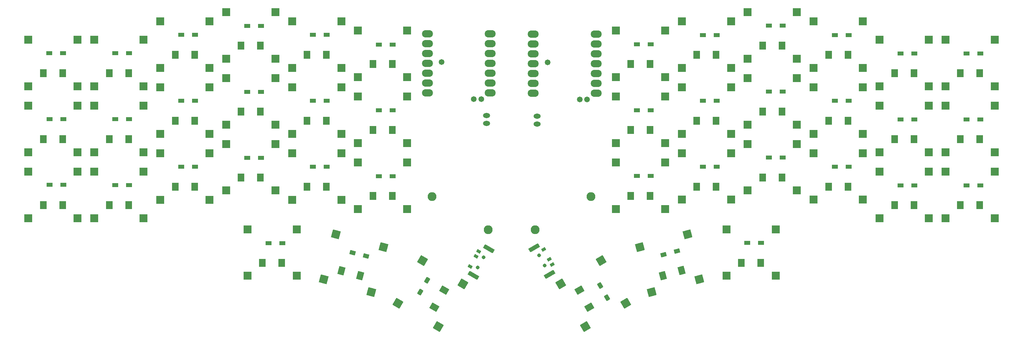
<source format=gbr>
%TF.GenerationSoftware,KiCad,Pcbnew,8.0.7*%
%TF.CreationDate,2025-01-01T00:44:28+01:00*%
%TF.ProjectId,corne-xiao,636f726e-652d-4786-9961-6f2e6b696361,1.1*%
%TF.SameCoordinates,Original*%
%TF.FileFunction,Soldermask,Top*%
%TF.FilePolarity,Negative*%
%FSLAX46Y46*%
G04 Gerber Fmt 4.6, Leading zero omitted, Abs format (unit mm)*
G04 Created by KiCad (PCBNEW 8.0.7) date 2025-01-01 00:44:28*
%MOMM*%
%LPD*%
G01*
G04 APERTURE LIST*
G04 Aperture macros list*
%AMRoundRect*
0 Rectangle with rounded corners*
0 $1 Rounding radius*
0 $2 $3 $4 $5 $6 $7 $8 $9 X,Y pos of 4 corners*
0 Add a 4 corners polygon primitive as box body*
4,1,4,$2,$3,$4,$5,$6,$7,$8,$9,$2,$3,0*
0 Add four circle primitives for the rounded corners*
1,1,$1+$1,$2,$3*
1,1,$1+$1,$4,$5*
1,1,$1+$1,$6,$7*
1,1,$1+$1,$8,$9*
0 Add four rect primitives between the rounded corners*
20,1,$1+$1,$2,$3,$4,$5,0*
20,1,$1+$1,$4,$5,$6,$7,0*
20,1,$1+$1,$6,$7,$8,$9,0*
20,1,$1+$1,$8,$9,$2,$3,0*%
G04 Aperture macros list end*
%ADD10RoundRect,0.038000X0.700000X0.500000X-0.700000X0.500000X-0.700000X-0.500000X0.700000X-0.500000X0*%
%ADD11RoundRect,0.038000X0.805558X0.301790X-0.546739X0.664136X-0.805558X-0.301790X0.546739X-0.664136X0*%
%ADD12RoundRect,0.038000X-0.083013X0.856218X-0.783013X-0.356218X0.083013X-0.856218X0.783013X0.356218X0*%
%ADD13RoundRect,0.038000X-0.775000X-1.000000X0.775000X-1.000000X0.775000X1.000000X-0.775000X1.000000X0*%
%ADD14RoundRect,0.038000X-1.000000X-1.000000X1.000000X-1.000000X1.000000X1.000000X-1.000000X1.000000X0*%
%ADD15RoundRect,0.038000X-1.007412X-0.765341X0.489773X-1.166511X1.007412X0.765341X-0.489773X1.166511X0*%
%ADD16RoundRect,0.038000X-1.224745X-0.707107X0.707107X-1.224745X1.224745X0.707107X-0.707107X1.224745X0*%
%ADD17RoundRect,0.038000X0.478525X-1.171170X1.253525X0.171170X-0.478525X1.171170X-1.253525X-0.171170X0*%
%ADD18RoundRect,0.038000X0.366025X-1.366025X1.366025X0.366025X-0.366025X1.366025X-1.366025X-0.366025X0*%
%ADD19RoundRect,0.038000X-1.253525X0.171170X-0.478525X-1.171170X1.253525X-0.171170X0.478525X1.171170X0*%
%ADD20RoundRect,0.038000X-1.366025X0.366025X-0.366025X-1.366025X1.366025X-0.366025X0.366025X1.366025X0*%
%ADD21RoundRect,0.038000X-0.700000X-0.500000X0.700000X-0.500000X0.700000X0.500000X-0.700000X0.500000X0*%
%ADD22RoundRect,0.038000X-0.546739X-0.664136X0.805558X-0.301790X0.546739X0.664136X-0.805558X0.301790X0*%
%ADD23RoundRect,0.038000X-0.783013X0.356218X-0.083013X-0.856218X0.783013X-0.356218X0.083013X0.856218X0*%
%ADD24RoundRect,0.038000X-0.489773X-1.166511X1.007412X-0.765341X0.489773X1.166511X-1.007412X0.765341X0*%
%ADD25RoundRect,0.038000X-0.707107X-1.224745X1.224745X-0.707107X0.707107X1.224745X-1.224745X0.707107X0*%
%ADD26O,2.826000X1.876000*%
%ADD27C,1.473000*%
%ADD28C,0.976000*%
%ADD29RoundRect,0.038000X-0.258013X0.553109X-0.608013X-0.053109X0.258013X-0.553109X0.608013X0.053109X0*%
%ADD30RoundRect,0.038000X1.462436X-0.266987X-0.962436X1.133013X-1.462436X0.266987X0.962436X-1.133013X0*%
%ADD31C,2.276000*%
%ADD32O,1.826000X1.276000*%
%ADD33RoundRect,0.038000X0.608013X-0.053109X0.258013X0.553109X-0.608013X0.053109X-0.258013X-0.553109X0*%
%ADD34RoundRect,0.038000X-0.962436X-1.133013X1.462436X0.266987X0.962436X1.133013X-1.462436X-0.266987X0*%
G04 APERTURE END LIST*
D10*
%TO.C,D1*%
X-136389500Y57650000D03*
X-132839500Y57650000D03*
%TD*%
%TO.C,D2*%
X-115839500Y57650000D03*
X-119389500Y57650000D03*
%TD*%
%TO.C,D3*%
X-98839500Y62400000D03*
X-102389500Y62400000D03*
%TD*%
%TO.C,D4*%
X-81839500Y64649800D03*
X-85389500Y64649800D03*
%TD*%
%TO.C,D5*%
X-64839500Y62399100D03*
X-68389500Y62399100D03*
%TD*%
%TO.C,D6*%
X-51389500Y59899500D03*
X-47839500Y59899500D03*
%TD*%
%TO.C,D7*%
X-136327000Y40650000D03*
X-132777000Y40650000D03*
%TD*%
%TO.C,D8*%
X-115839500Y40650000D03*
X-119389500Y40650000D03*
%TD*%
%TO.C,D9*%
X-98839500Y45400000D03*
X-102389500Y45400000D03*
%TD*%
%TO.C,D10*%
X-81839500Y47650100D03*
X-85389500Y47650100D03*
%TD*%
%TO.C,D11*%
X-68389500Y45399500D03*
X-64839500Y45399500D03*
%TD*%
%TO.C,D12*%
X-47839500Y42899900D03*
X-51389500Y42899900D03*
%TD*%
%TO.C,D13*%
X-136327000Y23696900D03*
X-132777000Y23696900D03*
%TD*%
%TO.C,D14*%
X-115839500Y23650000D03*
X-119389500Y23650000D03*
%TD*%
%TO.C,D15*%
X-98839500Y28400000D03*
X-102389500Y28400000D03*
%TD*%
%TO.C,D16*%
X-81839500Y30650000D03*
X-85389500Y30650000D03*
%TD*%
%TO.C,D17*%
X-64839500Y28400000D03*
X-68389500Y28400000D03*
%TD*%
%TO.C,D18*%
X-47839500Y25900000D03*
X-51389500Y25900000D03*
%TD*%
%TO.C,D19*%
X-76339500Y8650000D03*
X-79889500Y8650000D03*
%TD*%
D11*
%TO.C,D20*%
X-54749982Y5290596D03*
X-58179018Y6209404D03*
%TD*%
D12*
%TO.C,D21*%
X-38977000Y-912805D03*
X-40752000Y-3987195D03*
%TD*%
D13*
%TO.C,SW2*%
X-120944600Y52450000D03*
X-115944600Y52450000D03*
D14*
X-124794600Y61100000D03*
X-124794600Y49100000D03*
X-112094600Y61100000D03*
X-112094600Y49100000D03*
%TD*%
D13*
%TO.C,SW3*%
X-103944600Y57200000D03*
X-98944600Y57200000D03*
D14*
X-107794600Y65850000D03*
X-107794600Y53850000D03*
X-95094600Y65850000D03*
X-95094600Y53850000D03*
%TD*%
D13*
%TO.C,SW4*%
X-86944600Y59574800D03*
X-81944600Y59574800D03*
D14*
X-90794600Y68224800D03*
X-90794600Y56224800D03*
X-78094600Y68224800D03*
X-78094600Y56224800D03*
%TD*%
D13*
%TO.C,SW5*%
X-69944600Y57199100D03*
X-64944600Y57199100D03*
D14*
X-73794600Y65849100D03*
X-73794600Y53849100D03*
X-61094600Y65849100D03*
X-61094600Y53849100D03*
%TD*%
%TO.C,SW7*%
X-129094600Y32100000D03*
X-129094600Y44100000D03*
X-141794600Y32100000D03*
X-141794600Y44100000D03*
D13*
X-132944600Y35450000D03*
X-137944600Y35450000D03*
%TD*%
%TO.C,SW8*%
X-120944600Y35450000D03*
X-115944600Y35450000D03*
D14*
X-124794600Y44100000D03*
X-124794600Y32100000D03*
X-112094600Y44100000D03*
X-112094600Y32100000D03*
%TD*%
D13*
%TO.C,SW9*%
X-103944600Y40200000D03*
X-98944600Y40200000D03*
D14*
X-107794600Y48850000D03*
X-107794600Y36850000D03*
X-95094600Y48850000D03*
X-95094600Y36850000D03*
%TD*%
D13*
%TO.C,SW10*%
X-86944600Y42575100D03*
X-81944600Y42575100D03*
D14*
X-90794600Y51225100D03*
X-90794600Y39225100D03*
X-78094600Y51225100D03*
X-78094600Y39225100D03*
%TD*%
%TO.C,SW11*%
X-61094600Y36849500D03*
X-61094600Y48849500D03*
X-73794600Y36849500D03*
X-73794600Y48849500D03*
D13*
X-64944600Y40199500D03*
X-69944600Y40199500D03*
%TD*%
%TO.C,SW12*%
X-52944600Y37824900D03*
X-47944600Y37824900D03*
D14*
X-56794600Y46474900D03*
X-56794600Y34474900D03*
X-44094600Y46474900D03*
X-44094600Y34474900D03*
%TD*%
%TO.C,SW13*%
X-129094600Y15100000D03*
X-129094600Y27100000D03*
X-141794600Y15100000D03*
X-141794600Y27100000D03*
D13*
X-132944600Y18450000D03*
X-137944600Y18450000D03*
%TD*%
%TO.C,SW14*%
X-120944600Y18450000D03*
X-115944600Y18450000D03*
D14*
X-124794600Y27100000D03*
X-124794600Y15100000D03*
X-112094600Y27100000D03*
X-112094600Y15100000D03*
%TD*%
D13*
%TO.C,SW15*%
X-103944600Y23200000D03*
X-98944600Y23200000D03*
D14*
X-107794600Y31850000D03*
X-107794600Y19850000D03*
X-95094600Y31850000D03*
X-95094600Y19850000D03*
%TD*%
D13*
%TO.C,SW16*%
X-86944600Y25575000D03*
X-81944600Y25575000D03*
D14*
X-90794600Y34225000D03*
X-90794600Y22225000D03*
X-78094600Y34225000D03*
X-78094600Y22225000D03*
%TD*%
D13*
%TO.C,SW17*%
X-69944600Y23200000D03*
X-64944600Y23200000D03*
D14*
X-73794600Y31850000D03*
X-73794600Y19850000D03*
X-61094600Y31850000D03*
X-61094600Y19850000D03*
%TD*%
D13*
%TO.C,SW18*%
X-52944600Y20825000D03*
X-47944600Y20825000D03*
D14*
X-56794600Y29475000D03*
X-56794600Y17475000D03*
X-44094600Y29475000D03*
X-44094600Y17475000D03*
%TD*%
D13*
%TO.C,SW19*%
X-81444600Y3575000D03*
X-76444600Y3575000D03*
D14*
X-85294600Y12225000D03*
X-85294600Y225000D03*
X-72594600Y12225000D03*
X-72594600Y225000D03*
%TD*%
D15*
%TO.C,SW20*%
X-61045285Y1562344D03*
X-56215656Y268249D03*
D16*
X-62525315Y10914056D03*
X-65631143Y-677054D03*
X-50258057Y7627054D03*
X-53363885Y-3964056D03*
%TD*%
D17*
%TO.C,SW21*%
X-37069533Y-7840064D03*
X-34569534Y-3509936D03*
D18*
X-46485652Y-6849261D03*
X-36093348Y-12849261D03*
X-40135652Y4149261D03*
X-29743348Y-1850739D03*
%TD*%
D19*
%TO.C,SW42*%
X340534Y-3509936D03*
X2840533Y-7840064D03*
D20*
X5906652Y4149261D03*
X-4485652Y-1850739D03*
X12256652Y-6849261D03*
X1864348Y-12849261D03*
%TD*%
D21*
%TO.C,D23*%
X83160500Y57550000D03*
X86710500Y57550000D03*
%TD*%
%TO.C,D24*%
X69710500Y62350000D03*
X66160500Y62350000D03*
%TD*%
%TO.C,D25*%
X52710500Y64750000D03*
X49160500Y64750000D03*
%TD*%
%TO.C,D27*%
X15160500Y59950000D03*
X18710500Y59950000D03*
%TD*%
%TO.C,D28*%
X100160500Y40550000D03*
X103710500Y40550000D03*
%TD*%
%TO.C,D29*%
X83160500Y40550000D03*
X86710500Y40550000D03*
%TD*%
%TO.C,D30*%
X69710500Y45350000D03*
X66160500Y45350000D03*
%TD*%
%TO.C,D31*%
X52710500Y47750000D03*
X49160500Y47750000D03*
%TD*%
%TO.C,D32*%
X35710500Y45350000D03*
X32160500Y45350000D03*
%TD*%
%TO.C,D33*%
X18710500Y42950000D03*
X15160500Y42950000D03*
%TD*%
%TO.C,D34*%
X100160500Y23550000D03*
X103710500Y23550000D03*
%TD*%
%TO.C,D35*%
X83160500Y23550000D03*
X86710500Y23550000D03*
%TD*%
%TO.C,D36*%
X66160500Y28350000D03*
X69710500Y28350000D03*
%TD*%
%TO.C,D37*%
X52710500Y30750000D03*
X49160500Y30750000D03*
%TD*%
%TO.C,D38*%
X35710500Y28350000D03*
X32160500Y28350000D03*
%TD*%
%TO.C,D39*%
X15160500Y25950000D03*
X18710500Y25950000D03*
%TD*%
%TO.C,D40*%
X43560500Y8750000D03*
X47110500Y8750000D03*
%TD*%
D22*
%TO.C,D41*%
X22020982Y5690596D03*
X25450018Y6609404D03*
%TD*%
D23*
%TO.C,D42*%
X5648000Y-2312805D03*
X7423000Y-5387195D03*
%TD*%
D21*
%TO.C,D22*%
X100160500Y57550000D03*
X103710500Y57550000D03*
%TD*%
D14*
%TO.C,SW37*%
X56412400Y22230000D03*
X56412400Y34230000D03*
X43712400Y22230000D03*
X43712400Y34230000D03*
D13*
X52562400Y25580000D03*
X47562400Y25580000D03*
%TD*%
D14*
%TO.C,SW38*%
X39412400Y19855000D03*
X39412400Y31855000D03*
X26712400Y19855000D03*
X26712400Y31855000D03*
D13*
X35562400Y23205000D03*
X30562400Y23205000D03*
%TD*%
%TO.C,SW39*%
X13562400Y20830000D03*
X18562400Y20830000D03*
D14*
X9712400Y29480000D03*
X9712400Y17480000D03*
X22412400Y29480000D03*
X22412400Y17480000D03*
%TD*%
D13*
%TO.C,SW40*%
X42062400Y3580000D03*
X47062400Y3580000D03*
D14*
X38212400Y12230000D03*
X38212400Y230000D03*
X50912400Y12230000D03*
X50912400Y230000D03*
%TD*%
D24*
%TO.C,SW41*%
X21833456Y273249D03*
X26663085Y1567344D03*
D25*
X15875857Y7632054D03*
X18981685Y-3959056D03*
X28143115Y10919056D03*
X31248943Y-672054D03*
%TD*%
D14*
%TO.C,SW25*%
X56412400Y56230000D03*
X56412400Y68230000D03*
X43712400Y56230000D03*
X43712400Y68230000D03*
D13*
X52562400Y59580000D03*
X47562400Y59580000D03*
%TD*%
D14*
%TO.C,SW26*%
X39412400Y53855000D03*
X39412400Y65855000D03*
X26712400Y53855000D03*
X26712400Y65855000D03*
D13*
X35562400Y57205000D03*
X30562400Y57205000D03*
%TD*%
%TO.C,SW28*%
X98562400Y35455000D03*
X103562400Y35455000D03*
D14*
X94712400Y44105000D03*
X94712400Y32105000D03*
X107412400Y44105000D03*
X107412400Y32105000D03*
%TD*%
%TO.C,SW24*%
X73412400Y53855000D03*
X73412400Y65855000D03*
X60712400Y53855000D03*
X60712400Y65855000D03*
D13*
X69562400Y57205000D03*
X64562400Y57205000D03*
%TD*%
%TO.C,SW29*%
X81562400Y35455000D03*
X86562400Y35455000D03*
D14*
X77712400Y44105000D03*
X77712400Y32105000D03*
X90412400Y44105000D03*
X90412400Y32105000D03*
%TD*%
D13*
%TO.C,SW35*%
X81562400Y18455000D03*
X86562400Y18455000D03*
D14*
X77712400Y27105000D03*
X77712400Y15105000D03*
X90412400Y27105000D03*
X90412400Y15105000D03*
%TD*%
D13*
%TO.C,SW36*%
X64562400Y23205000D03*
X69562400Y23205000D03*
D14*
X60712400Y31855000D03*
X60712400Y19855000D03*
X73412400Y31855000D03*
X73412400Y19855000D03*
%TD*%
D13*
%TO.C,SW22*%
X98562400Y52455000D03*
X103562400Y52455000D03*
D14*
X94712400Y61105000D03*
X94712400Y49105000D03*
X107412400Y61105000D03*
X107412400Y49105000D03*
%TD*%
D13*
%TO.C,SW23*%
X81562400Y52455000D03*
X86562400Y52455000D03*
D14*
X77712400Y61105000D03*
X77712400Y49105000D03*
X90412400Y61105000D03*
X90412400Y49105000D03*
%TD*%
%TO.C,SW30*%
X73412400Y36855000D03*
X73412400Y48855000D03*
X60712400Y36855000D03*
X60712400Y48855000D03*
D13*
X69562400Y40205000D03*
X64562400Y40205000D03*
%TD*%
D14*
%TO.C,SW31*%
X56412400Y39230000D03*
X56412400Y51230000D03*
X43712400Y39230000D03*
X43712400Y51230000D03*
D13*
X52562400Y42580000D03*
X47562400Y42580000D03*
%TD*%
D14*
%TO.C,SW32*%
X39412400Y36855000D03*
X39412400Y48855000D03*
X26712400Y36855000D03*
X26712400Y48855000D03*
D13*
X35562400Y40205000D03*
X30562400Y40205000D03*
%TD*%
D14*
%TO.C,SW33*%
X22412400Y34480000D03*
X22412400Y46480000D03*
X9712400Y34480000D03*
X9712400Y46480000D03*
D13*
X18562400Y37830000D03*
X13562400Y37830000D03*
%TD*%
%TO.C,SW34*%
X98562400Y18455000D03*
X103562400Y18455000D03*
D14*
X94712400Y27105000D03*
X94712400Y15105000D03*
X107412400Y27105000D03*
X107412400Y15105000D03*
%TD*%
D21*
%TO.C,D26*%
X35710500Y62350000D03*
X32160500Y62350000D03*
%TD*%
D14*
%TO.C,SW1*%
X-129094600Y49100000D03*
X-129094600Y61100000D03*
X-141794600Y49100000D03*
X-141794600Y61100000D03*
D13*
X-132944600Y52450000D03*
X-137944600Y52450000D03*
%TD*%
D14*
%TO.C,SW6*%
X-44094600Y51474500D03*
X-44094600Y63474500D03*
X-56794600Y51474500D03*
X-56794600Y63474500D03*
D13*
X-47944600Y54824500D03*
X-52944600Y54824500D03*
%TD*%
%TO.C,SW27*%
X13555400Y54825000D03*
X18555400Y54825000D03*
D14*
X9705400Y63475000D03*
X9705400Y51475000D03*
X22405400Y63475000D03*
X22405400Y51475000D03*
%TD*%
D26*
%TO.C,U1*%
X-38875200Y62673000D03*
X-38875200Y60133000D03*
X-38875200Y57593000D03*
X-38875200Y55053000D03*
X-38875200Y52513000D03*
X-38875200Y49973000D03*
X-38875200Y47433000D03*
X-22685200Y47433000D03*
X-22685200Y49973000D03*
X-22685200Y52513000D03*
X-22685200Y55053000D03*
X-22685200Y57593000D03*
X-22685200Y60133000D03*
X-22685200Y62673000D03*
D27*
X-35225200Y55370000D03*
X-26919400Y45807400D03*
X-25014400Y45807400D03*
%TD*%
D26*
%TO.C,U2*%
X-11580200Y62593000D03*
X-11580200Y60053000D03*
X-11580200Y57513000D03*
X-11580200Y54973000D03*
X-11580200Y52433000D03*
X-11580200Y49893000D03*
X-11580200Y47353000D03*
X4609800Y47353000D03*
X4609800Y49893000D03*
X4609800Y52433000D03*
X4609800Y54973000D03*
X4609800Y57513000D03*
X4609800Y60053000D03*
X4609800Y62593000D03*
D27*
X-7930200Y55290000D03*
X375600Y45727400D03*
X2280600Y45727400D03*
%TD*%
D28*
%TO.C,PSW1*%
X-24408634Y4971633D03*
X-25951936Y2398557D03*
D29*
X-27885781Y2649038D03*
X-26385781Y5247114D03*
X-25635781Y6546152D03*
D30*
X-27040333Y313397D03*
X-23065333Y7198299D03*
%TD*%
D31*
%TO.C,H7*%
X-23250600Y12105000D03*
%TD*%
%TO.C,H13*%
X3298400Y20616000D03*
%TD*%
D32*
%TO.C,B2*%
X-10604500Y39410000D03*
X-10604500Y41410000D03*
%TD*%
%TO.C,B1*%
X-23614500Y41550000D03*
X-23614500Y39550000D03*
%TD*%
D31*
%TO.C,H14*%
X-11133600Y12095000D03*
%TD*%
D28*
%TO.C,PSW2*%
X-8670366Y2878367D03*
X-10127064Y5501443D03*
D33*
X-8943219Y7050962D03*
X-7443219Y4452886D03*
X-6693219Y3153848D03*
D34*
X-11388667Y7486603D03*
X-7413667Y601701D03*
%TD*%
D31*
%TO.C,H6*%
X-37682600Y20626000D03*
%TD*%
M02*

</source>
